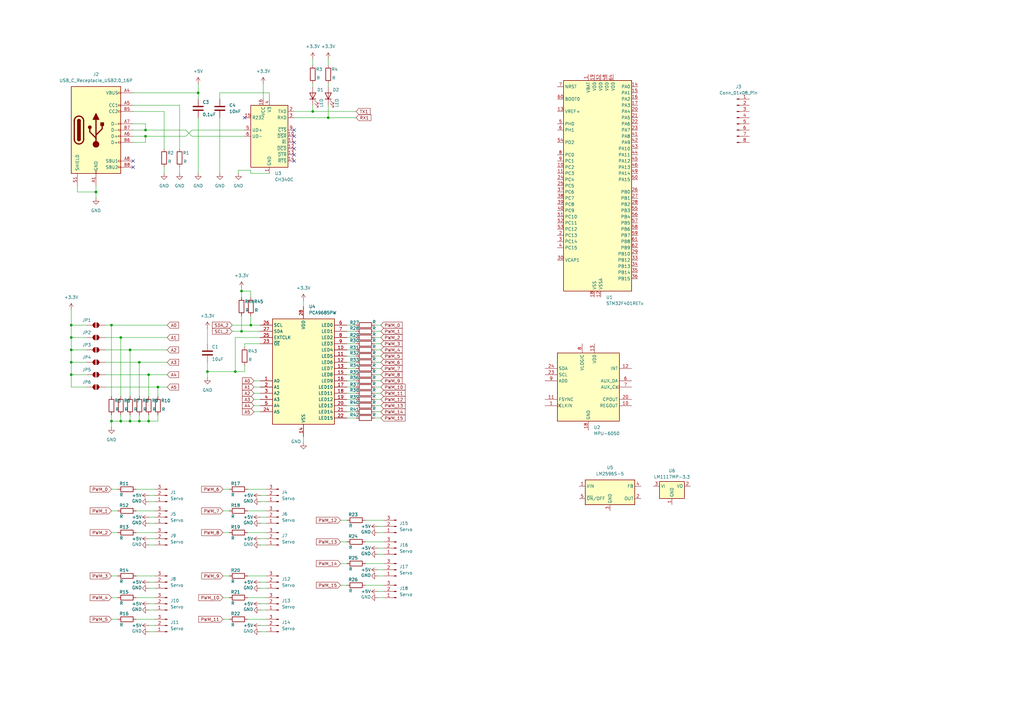
<source format=kicad_sch>
(kicad_sch (version 20231120) (generator "eeschema") (generator_version "8.0")
  (paper "A3")
  (junction (at 85.09 152.4))
  (junction (at 29.21 148.59))
  (junction (at 134.62 48.26))
  (junction (at 29.21 133.35))
  (junction (at 57.15 172.72))
  (junction (at 64.77 158.75))
  (junction (at 60.96 172.72))
  (junction (at 60.96 153.67))
  (junction (at 81.28 38.1))
  (junction (at 45.72 172.72))
  (junction (at 53.34 172.72))
  (junction (at 96.52 152.4))
  (junction (at 53.34 143.51))
  (junction (at 102.87 133.35))
  (junction (at 29.21 138.43))
  (junction (at 39.37 78.74))
  (junction (at 57.15 148.59))
  (junction (at 45.72 133.35))
  (junction (at 49.53 138.43))
  (junction (at 59.69 53.34))
  (junction (at 59.69 55.88))
  (junction (at 99.06 119.38))
  (junction (at 29.21 143.51))
  (junction (at 128.27 45.72))
  (junction (at 29.21 153.67))
  (junction (at 49.53 172.72))
  (junction (at 99.06 135.89))
  (no_connect (at 120.65 53.34))
  (no_connect (at 120.65 55.88))
  (no_connect (at 54.61 68.58))
  (no_connect (at 120.65 60.96))
  (no_connect (at 120.65 63.5))
  (no_connect (at 120.65 66.04))
  (no_connect (at 120.65 58.42))
  (no_connect (at 100.33 48.26))
  (no_connect (at 54.61 66.04))
  (wire (pts (xy 142.24 138.43) (xy 146.05 138.43)))
  (wire (pts (xy 153.67 153.67) (xy 156.21 153.67)))
  (wire (pts (xy 154.94 215.9) (xy 157.48 215.9)))
  (wire (pts (xy 124.46 123.19) (xy 124.46 125.73)))
  (wire (pts (xy 134.62 43.18) (xy 134.62 48.26)))
  (wire (pts (xy 134.62 34.29) (xy 134.62 35.56)))
  (wire (pts (xy 109.22 205.74) (xy 106.68 205.74)))
  (wire (pts (xy 85.09 152.4) (xy 85.09 154.94)))
  (wire (pts (xy 153.67 163.83) (xy 156.21 163.83)))
  (wire (pts (xy 49.53 138.43) (xy 49.53 162.56)))
  (wire (pts (xy 45.72 133.35) (xy 45.72 162.56)))
  (wire (pts (xy 43.18 153.67) (xy 60.96 153.67)))
  (wire (pts (xy 102.87 129.54) (xy 102.87 133.35)))
  (wire (pts (xy 104.14 158.75) (xy 106.68 158.75)))
  (wire (pts (xy 153.67 140.97) (xy 156.21 140.97)))
  (wire (pts (xy 64.77 172.72) (xy 60.96 172.72)))
  (wire (pts (xy 81.28 38.1) (xy 81.28 40.64)))
  (wire (pts (xy 128.27 43.18) (xy 128.27 45.72)))
  (wire (pts (xy 106.68 247.65) (xy 109.22 247.65)))
  (wire (pts (xy 97.79 69.85) (xy 97.79 71.12)))
  (wire (pts (xy 109.22 223.52) (xy 106.68 223.52)))
  (wire (pts (xy 100.33 149.86) (xy 100.33 152.4)))
  (wire (pts (xy 55.88 200.66) (xy 63.5 200.66)))
  (wire (pts (xy 55.88 254) (xy 63.5 254)))
  (wire (pts (xy 142.24 161.29) (xy 146.05 161.29)))
  (wire (pts (xy 120.65 48.26) (xy 134.62 48.26)))
  (wire (pts (xy 149.86 240.03) (xy 157.48 240.03)))
  (wire (pts (xy 90.17 48.26) (xy 90.17 71.12)))
  (wire (pts (xy 55.88 209.55) (xy 63.5 209.55)))
  (wire (pts (xy 154.94 233.68) (xy 157.48 233.68)))
  (wire (pts (xy 153.67 171.45) (xy 156.21 171.45)))
  (wire (pts (xy 59.69 55.88) (xy 76.2 55.88)))
  (wire (pts (xy 29.21 143.51) (xy 35.56 143.51)))
  (wire (pts (xy 101.6 254) (xy 109.22 254)))
  (wire (pts (xy 57.15 170.18) (xy 57.15 172.72)))
  (wire (pts (xy 100.33 140.97) (xy 100.33 142.24)))
  (wire (pts (xy 106.68 212.09) (xy 109.22 212.09)))
  (wire (pts (xy 91.44 254) (xy 93.98 254)))
  (wire (pts (xy 142.24 143.51) (xy 146.05 143.51)))
  (wire (pts (xy 67.31 45.72) (xy 54.61 45.72)))
  (wire (pts (xy 91.44 209.55) (xy 93.98 209.55)))
  (wire (pts (xy 81.28 48.26) (xy 81.28 71.12)))
  (wire (pts (xy 29.21 153.67) (xy 29.21 148.59)))
  (wire (pts (xy 45.72 172.72) (xy 45.72 175.26)))
  (wire (pts (xy 153.67 135.89) (xy 156.21 135.89)))
  (wire (pts (xy 29.21 148.59) (xy 35.56 148.59)))
  (wire (pts (xy 85.09 134.62) (xy 85.09 140.97)))
  (wire (pts (xy 153.67 156.21) (xy 156.21 156.21)))
  (wire (pts (xy 54.61 43.18) (xy 73.66 43.18)))
  (wire (pts (xy 49.53 170.18) (xy 49.53 172.72)))
  (wire (pts (xy 106.68 256.54) (xy 109.22 256.54)))
  (wire (pts (xy 139.7 240.03) (xy 142.24 240.03)))
  (wire (pts (xy 81.28 38.1) (xy 81.28 34.29)))
  (wire (pts (xy 45.72 172.72) (xy 45.72 170.18)))
  (wire (pts (xy 102.87 133.35) (xy 106.68 133.35)))
  (wire (pts (xy 60.96 172.72) (xy 57.15 172.72)))
  (wire (pts (xy 153.67 151.13) (xy 156.21 151.13)))
  (wire (pts (xy 149.86 213.36) (xy 157.48 213.36)))
  (wire (pts (xy 57.15 148.59) (xy 68.58 148.59)))
  (wire (pts (xy 104.14 163.83) (xy 106.68 163.83)))
  (wire (pts (xy 142.24 163.83) (xy 146.05 163.83)))
  (wire (pts (xy 153.67 161.29) (xy 156.21 161.29)))
  (wire (pts (xy 142.24 171.45) (xy 146.05 171.45)))
  (wire (pts (xy 102.87 71.12) (xy 102.87 69.85)))
  (wire (pts (xy 106.68 220.98) (xy 109.22 220.98)))
  (wire (pts (xy 95.25 135.89) (xy 99.06 135.89)))
  (wire (pts (xy 104.14 156.21) (xy 106.68 156.21)))
  (wire (pts (xy 67.31 60.96) (xy 67.31 45.72)))
  (wire (pts (xy 153.67 158.75) (xy 156.21 158.75)))
  (wire (pts (xy 142.24 166.37) (xy 146.05 166.37)))
  (wire (pts (xy 59.69 53.34) (xy 59.69 50.8)))
  (wire (pts (xy 139.7 222.25) (xy 142.24 222.25)))
  (wire (pts (xy 29.21 143.51) (xy 29.21 138.43)))
  (wire (pts (xy 142.24 133.35) (xy 146.05 133.35)))
  (wire (pts (xy 104.14 166.37) (xy 106.68 166.37)))
  (wire (pts (xy 91.44 236.22) (xy 93.98 236.22)))
  (wire (pts (xy 90.17 40.64) (xy 90.17 38.1)))
  (wire (pts (xy 43.18 148.59) (xy 57.15 148.59)))
  (wire (pts (xy 53.34 143.51) (xy 68.58 143.51)))
  (wire (pts (xy 109.22 259.08) (xy 106.68 259.08)))
  (wire (pts (xy 63.5 223.52) (xy 60.96 223.52)))
  (wire (pts (xy 107.95 34.29) (xy 107.95 40.64)))
  (wire (pts (xy 99.06 135.89) (xy 106.68 135.89)))
  (wire (pts (xy 39.37 78.74) (xy 39.37 76.2)))
  (wire (pts (xy 142.24 168.91) (xy 146.05 168.91)))
  (wire (pts (xy 29.21 158.75) (xy 29.21 153.67)))
  (wire (pts (xy 153.67 168.91) (xy 156.21 168.91)))
  (wire (pts (xy 43.18 138.43) (xy 49.53 138.43)))
  (wire (pts (xy 104.14 168.91) (xy 106.68 168.91)))
  (wire (pts (xy 78.74 55.88) (xy 76.2 53.34)))
  (wire (pts (xy 104.14 161.29) (xy 106.68 161.29)))
  (wire (pts (xy 54.61 38.1) (xy 81.28 38.1)))
  (wire (pts (xy 139.7 231.14) (xy 142.24 231.14)))
  (wire (pts (xy 45.72 200.66) (xy 48.26 200.66)))
  (wire (pts (xy 106.68 203.2) (xy 109.22 203.2)))
  (wire (pts (xy 29.21 153.67) (xy 35.56 153.67)))
  (wire (pts (xy 45.72 254) (xy 48.26 254)))
  (wire (pts (xy 157.48 245.11) (xy 154.94 245.11)))
  (wire (pts (xy 153.67 133.35) (xy 156.21 133.35)))
  (wire (pts (xy 101.6 245.11) (xy 109.22 245.11)))
  (wire (pts (xy 45.72 133.35) (xy 68.58 133.35)))
  (wire (pts (xy 43.18 133.35) (xy 45.72 133.35)))
  (wire (pts (xy 153.67 138.43) (xy 156.21 138.43)))
  (wire (pts (xy 91.44 218.44) (xy 93.98 218.44)))
  (wire (pts (xy 142.24 158.75) (xy 146.05 158.75)))
  (wire (pts (xy 124.46 179.07) (xy 124.46 181.61)))
  (wire (pts (xy 153.67 148.59) (xy 156.21 148.59)))
  (wire (pts (xy 54.61 53.34) (xy 59.69 53.34)))
  (wire (pts (xy 49.53 138.43) (xy 68.58 138.43)))
  (wire (pts (xy 134.62 48.26) (xy 146.05 48.26)))
  (wire (pts (xy 90.17 38.1) (xy 110.49 38.1)))
  (wire (pts (xy 109.22 214.63) (xy 106.68 214.63)))
  (wire (pts (xy 53.34 143.51) (xy 53.34 162.56)))
  (wire (pts (xy 99.06 119.38) (xy 102.87 119.38)))
  (wire (pts (xy 109.22 250.19) (xy 106.68 250.19)))
  (wire (pts (xy 45.72 236.22) (xy 48.26 236.22)))
  (wire (pts (xy 49.53 172.72) (xy 45.72 172.72)))
  (wire (pts (xy 31.75 78.74) (xy 39.37 78.74)))
  (wire (pts (xy 101.6 236.22) (xy 109.22 236.22)))
  (wire (pts (xy 157.48 227.33) (xy 154.94 227.33)))
  (wire (pts (xy 45.72 218.44) (xy 48.26 218.44)))
  (wire (pts (xy 59.69 58.42) (xy 54.61 58.42)))
  (wire (pts (xy 55.88 236.22) (xy 63.5 236.22)))
  (wire (pts (xy 153.67 166.37) (xy 156.21 166.37)))
  (wire (pts (xy 60.96 212.09) (xy 63.5 212.09)))
  (wire (pts (xy 153.67 143.51) (xy 156.21 143.51)))
  (wire (pts (xy 106.68 140.97) (xy 100.33 140.97)))
  (wire (pts (xy 54.61 55.88) (xy 59.69 55.88)))
  (wire (pts (xy 91.44 200.66) (xy 93.98 200.66)))
  (wire (pts (xy 29.21 127) (xy 29.21 133.35)))
  (wire (pts (xy 120.65 45.72) (xy 128.27 45.72)))
  (wire (pts (xy 29.21 143.51) (xy 29.21 148.59)))
  (wire (pts (xy 142.24 146.05) (xy 146.05 146.05)))
  (wire (pts (xy 78.74 53.34) (xy 76.2 55.88)))
  (wire (pts (xy 43.18 143.51) (xy 53.34 143.51)))
  (wire (pts (xy 101.6 200.66) (xy 109.22 200.66)))
  (wire (pts (xy 99.06 129.54) (xy 99.06 135.89)))
  (wire (pts (xy 149.86 222.25) (xy 157.48 222.25)))
  (wire (pts (xy 53.34 172.72) (xy 49.53 172.72)))
  (wire (pts (xy 110.49 71.12) (xy 102.87 71.12)))
  (wire (pts (xy 59.69 50.8) (xy 54.61 50.8)))
  (wire (pts (xy 96.52 152.4) (xy 100.33 152.4)))
  (wire (pts (xy 73.66 68.58) (xy 73.66 71.12)))
  (wire (pts (xy 100.33 55.88) (xy 78.74 55.88)))
  (wire (pts (xy 64.77 158.75) (xy 68.58 158.75)))
  (wire (pts (xy 45.72 209.55) (xy 48.26 209.55)))
  (wire (pts (xy 63.5 250.19) (xy 60.96 250.19)))
  (wire (pts (xy 57.15 148.59) (xy 57.15 162.56)))
  (wire (pts (xy 60.96 256.54) (xy 63.5 256.54)))
  (wire (pts (xy 142.24 151.13) (xy 146.05 151.13)))
  (wire (pts (xy 60.96 170.18) (xy 60.96 172.72)))
  (wire (pts (xy 142.24 135.89) (xy 146.05 135.89)))
  (wire (pts (xy 60.96 238.76) (xy 63.5 238.76)))
  (wire (pts (xy 99.06 121.92) (xy 99.06 119.38)))
  (wire (pts (xy 128.27 24.13) (xy 128.27 26.67)))
  (wire (pts (xy 29.21 133.35) (xy 35.56 133.35)))
  (wire (pts (xy 100.33 53.34) (xy 78.74 53.34)))
  (wire (pts (xy 85.09 148.59) (xy 85.09 152.4)))
  (wire (pts (xy 60.96 153.67) (xy 60.96 162.56)))
  (wire (pts (xy 59.69 55.88) (xy 59.69 58.42)))
  (wire (pts (xy 101.6 218.44) (xy 109.22 218.44)))
  (wire (pts (xy 142.24 156.21) (xy 146.05 156.21)))
  (wire (pts (xy 55.88 245.11) (xy 63.5 245.11)))
  (wire (pts (xy 60.96 220.98) (xy 63.5 220.98)))
  (wire (pts (xy 142.24 148.59) (xy 146.05 148.59)))
  (wire (pts (xy 142.24 153.67) (xy 146.05 153.67)))
  (wire (pts (xy 63.5 214.63) (xy 60.96 214.63)))
  (wire (pts (xy 60.96 247.65) (xy 63.5 247.65)))
  (wire (pts (xy 35.56 158.75) (xy 29.21 158.75)))
  (wire (pts (xy 96.52 138.43) (xy 96.52 152.4)))
  (wire (pts (xy 73.66 43.18) (xy 73.66 60.96)))
  (wire (pts (xy 157.48 236.22) (xy 154.94 236.22)))
  (wire (pts (xy 106.68 238.76) (xy 109.22 238.76)))
  (wire (pts (xy 57.15 172.72) (xy 53.34 172.72)))
  (wire (pts (xy 106.68 138.43) (xy 96.52 138.43)))
  (wire (pts (xy 139.7 213.36) (xy 142.24 213.36)))
  (wire (pts (xy 67.31 68.58) (xy 67.31 71.12)))
  (wire (pts (xy 64.77 170.18) (xy 64.77 172.72)))
  (wire (pts (xy 63.5 259.08) (xy 60.96 259.08)))
  (wire (pts (xy 109.22 241.3) (xy 106.68 241.3)))
  (wire (pts (xy 142.24 140.97) (xy 146.05 140.97)))
  (wire (pts (xy 154.94 224.79) (xy 157.48 224.79)))
  (wire (pts (xy 149.86 231.14) (xy 157.48 231.14)))
  (wire (pts (xy 29.21 133.35) (xy 29.21 138.43)))
  (wire (pts (xy 60.96 153.67) (xy 68.58 153.67)))
  (wire (pts (xy 134.62 24.13) (xy 134.62 26.67)))
  (wire (pts (xy 85.09 152.4) (xy 96.52 152.4)))
  (wire (pts (xy 55.88 218.44) (xy 63.5 218.44)))
  (wire (pts (xy 53.34 170.18) (xy 53.34 172.72)))
  (wire (pts (xy 39.37 78.74) (xy 39.37 81.28)))
  (wire (pts (xy 31.75 76.2) (xy 31.75 78.74)))
  (wire (pts (xy 110.49 38.1) (xy 110.49 40.64)))
  (wire (pts (xy 99.06 118.11) (xy 99.06 119.38)))
  (wire (pts (xy 128.27 34.29) (xy 128.27 35.56)))
  (wire (pts (xy 153.67 146.05) (xy 156.21 146.05)))
  (wire (pts (xy 59.69 53.34) (xy 76.2 53.34)))
  (wire (pts (xy 128.27 45.72) (xy 146.05 45.72)))
  (wire (pts (xy 102.87 119.38) (xy 102.87 121.92)))
  (wire (pts (xy 95.25 133.35) (xy 102.87 133.35)))
  (wire (pts (xy 63.5 241.3) (xy 60.96 241.3)))
  (wire (pts (xy 157.48 218.44) (xy 154.94 218.44)))
  (wire (pts (xy 29.21 138.43) (xy 35.56 138.43)))
  (wire (pts (xy 43.18 158.75) (xy 64.77 158.75)))
  (wire (pts (xy 102.87 69.85) (xy 97.79 69.85)))
  (wire (pts (xy 154.94 242.57) (xy 157.48 242.57)))
  (wire (pts (xy 63.5 205.74) (xy 60.96 205.74)))
  (wire (pts (xy 91.44 245.11) (xy 93.98 245.11)))
  (wire (pts (xy 101.6 209.55) (xy 109.22 209.55)))
  (wire (pts (xy 60.96 203.2) (xy 63.5 203.2)))
  (wire (pts (xy 64.77 158.75) (xy 64.77 162.56)))
  (wire (pts (xy 45.72 245.11) (xy 48.26 245.11)))
  (global_label "A2" (shape input) (at 68.58 143.51 0) (property "Intersheetrefs" "${INTERSHEET_REFS}" (effects (hide yes))))
  (global_label "PWM_12" (shape input) (at 156.21 163.83 0) (property "Intersheetrefs" "${INTERSHEET_REFS}" (effects (hide yes))))
  (global_label "PWM_1" (shape input) (at 156.21 135.89 0) (property "Intersheetrefs" "${INTERSHEET_REFS}" (effects (hide yes))))
  (global_label "PWM_2" (shape input) (at 45.72 218.44 180) (property "Intersheetrefs" "${INTERSHEET_REFS}" (effects (hide yes))))
  (global_label "PWM_1" (shape input) (at 45.72 209.55 180) (property "Intersheetrefs" "${INTERSHEET_REFS}" (effects (hide yes))))
  (global_label "RX1" (shape input) (at 146.05 48.26 0) (property "Intersheetrefs" "${INTERSHEET_REFS}" (effects (hide yes))))
  (global_label "PWM_7" (shape input) (at 156.21 151.13 0) (property "Intersheetrefs" "${INTERSHEET_REFS}" (effects (hide yes))))
  (global_label "PWM_12" (shape input) (at 139.7 213.36 180) (property "Intersheetrefs" "${INTERSHEET_REFS}" (effects (hide yes))))
  (global_label "PWM_11" (shape input) (at 91.44 254 180) (property "Intersheetrefs" "${INTERSHEET_REFS}" (effects (hide yes))))
  (global_label "PWM_3" (shape input) (at 156.21 140.97 0) (property "Intersheetrefs" "${INTERSHEET_REFS}" (effects (hide yes))))
  (global_label "PWM_8" (shape input) (at 156.21 153.67 0) (property "Intersheetrefs" "${INTERSHEET_REFS}" (effects (hide yes))))
  (global_label "PWM_8" (shape input) (at 91.44 218.44 180) (property "Intersheetrefs" "${INTERSHEET_REFS}" (effects (hide yes))))
  (global_label "PWM_13" (shape input) (at 156.21 166.37 0) (property "Intersheetrefs" "${INTERSHEET_REFS}" (effects (hide yes))))
  (global_label "PWM_9" (shape input) (at 156.21 156.21 0) (property "Intersheetrefs" "${INTERSHEET_REFS}" (effects (hide yes))))
  (global_label "PWM_9" (shape input) (at 91.44 236.22 180) (property "Intersheetrefs" "${INTERSHEET_REFS}" (effects (hide yes))))
  (global_label "PWM_0" (shape input) (at 45.72 200.66 180) (property "Intersheetrefs" "${INTERSHEET_REFS}" (effects (hide yes))))
  (global_label "PWM_13" (shape input) (at 139.7 222.25 180) (property "Intersheetrefs" "${INTERSHEET_REFS}" (effects (hide yes))))
  (global_label "SCL_2" (shape input) (at 95.25 135.89 180) (property "Intersheetrefs" "${INTERSHEET_REFS}" (effects (hide yes))))
  (global_label "PWM_15" (shape input) (at 139.7 240.03 180) (property "Intersheetrefs" "${INTERSHEET_REFS}" (effects (hide yes))))
  (global_label "A3" (shape input) (at 104.14 163.83 180) (property "Intersheetrefs" "${INTERSHEET_REFS}" (effects (hide yes))))
  (global_label "SDA_2" (shape input) (at 95.25 133.35 180) (property "Intersheetrefs" "${INTERSHEET_REFS}" (effects (hide yes))))
  (global_label "A1" (shape input) (at 68.58 138.43 0) (property "Intersheetrefs" "${INTERSHEET_REFS}" (effects (hide yes))))
  (global_label "PWM_7" (shape input) (at 91.44 209.55 180) (property "Intersheetrefs" "${INTERSHEET_REFS}" (effects (hide yes))))
  (global_label "PWM_0" (shape input) (at 156.21 133.35 0) (property "Intersheetrefs" "${INTERSHEET_REFS}" (effects (hide yes))))
  (global_label "PWM_14" (shape input) (at 139.7 231.14 180) (property "Intersheetrefs" "${INTERSHEET_REFS}" (effects (hide yes))))
  (global_label "PWM_4" (shape input) (at 45.72 245.11 180) (property "Intersheetrefs" "${INTERSHEET_REFS}" (effects (hide yes))))
  (global_label "PWM_3" (shape input) (at 45.72 236.22 180) (property "Intersheetrefs" "${INTERSHEET_REFS}" (effects (hide yes))))
  (global_label "A0" (shape input) (at 68.58 133.35 0) (property "Intersheetrefs" "${INTERSHEET_REFS}" (effects (hide yes))))
  (global_label "PWM_10" (shape input) (at 156.21 158.75 0) (property "Intersheetrefs" "${INTERSHEET_REFS}" (effects (hide yes))))
  (global_label "PWM_5" (shape input) (at 156.21 146.05 0) (property "Intersheetrefs" "${INTERSHEET_REFS}" (effects (hide yes))))
  (global_label "PWM_11" (shape input) (at 156.21 161.29 0) (property "Intersheetrefs" "${INTERSHEET_REFS}" (effects (hide yes))))
  (global_label "A1" (shape input) (at 104.14 158.75 180) (property "Intersheetrefs" "${INTERSHEET_REFS}" (effects (hide yes))))
  (global_label "PWM_10" (shape input) (at 91.44 245.11 180) (property "Intersheetrefs" "${INTERSHEET_REFS}" (effects (hide yes))))
  (global_label "PWM_6" (shape input) (at 156.21 148.59 0) (property "Intersheetrefs" "${INTERSHEET_REFS}" (effects (hide yes))))
  (global_label "PWM_5" (shape input) (at 45.72 254 180) (property "Intersheetrefs" "${INTERSHEET_REFS}" (effects (hide yes))))
  (global_label "A2" (shape input) (at 104.14 161.29 180) (property "Intersheetrefs" "${INTERSHEET_REFS}" (effects (hide yes))))
  (global_label "PWM_4" (shape input) (at 156.21 143.51 0) (property "Intersheetrefs" "${INTERSHEET_REFS}" (effects (hide yes))))
  (global_label "A4" (shape input) (at 104.14 166.37 180) (property "Intersheetrefs" "${INTERSHEET_REFS}" (effects (hide yes))))
  (global_label "A3" (shape input) (at 68.58 148.59 0) (property "Intersheetrefs" "${INTERSHEET_REFS}" (effects (hide yes))))
  (global_label "PWM_2" (shape input) (at 156.21 138.43 0) (property "Intersheetrefs" "${INTERSHEET_REFS}" (effects (hide yes))))
  (global_label "A0" (shape input) (at 104.14 156.21 180) (property "Intersheetrefs" "${INTERSHEET_REFS}" (effects (hide yes))))
  (global_label "A4" (shape input) (at 68.58 153.67 0) (property "Intersheetrefs" "${INTERSHEET_REFS}" (effects (hide yes))))
  (global_label "A5" (shape input) (at 104.14 168.91 180) (property "Intersheetrefs" "${INTERSHEET_REFS}" (effects (hide yes))))
  (global_label "A5" (shape input) (at 68.58 158.75 0) (property "Intersheetrefs" "${INTERSHEET_REFS}" (effects (hide yes))))
  (global_label "PWM_6" (shape input) (at 91.44 200.66 180) (property "Intersheetrefs" "${INTERSHEET_REFS}" (effects (hide yes))))
  (global_label "TX1" (shape input) (at 146.05 45.72 0) (property "Intersheetrefs" "${INTERSHEET_REFS}" (effects (hide yes))))
  (global_label "PWM_15" (shape input) (at 156.21 171.45 0) (property "Intersheetrefs" "${INTERSHEET_REFS}" (effects (hide yes))))
  (global_label "PWM_14" (shape input) (at 156.21 168.91 0) (property "Intersheetrefs" "${INTERSHEET_REFS}" (effects (hide yes))))
  (symbol (lib_id "power:GND") (at 106.68 250.19 270) (unit 1)
    (property "Reference" "#PWR035" (effects (hide yes)))
    (property "Value" "GND" (at 101.854 249.936 90))
    (property "Description" "Power symbol creates a global label with name \"GND\" , ground" (effects (hide yes)))
  )
  (symbol (lib_id "Device:R") (at 97.79 236.22 90) (unit 1)
    (property "Reference" "R20" (at 98.552 233.934 90) (effects (justify left)))
    (property "Value" "R" (at 96.266 238.506 90) (effects (justify left)))
    (property "Footprint" "Resistor_SMD:R_0603_1608Metric_Pad0.98x0.95mm_HandSolder" (effects (hide yes)))
    (property "Description" "Resistor" (effects (hide yes)))
  )
  (symbol (lib_id "Connector:Conn_01x03_Pin") (at 114.3 220.98 180) (unit 1)
    (property "Reference" "J7" (at 115.57 219.7099 0) (effects (justify right)))
    (property "Value" "Servo" (at 115.57 222.2499 0) (effects (justify right)))
    (property "Footprint" "Connector_PinHeader_2.54mm:PinHeader_1x03_P2.54mm_Vertical" (effects (hide yes)))
    (property "Description" "Generic connector, single row, 01x03, script generated" (effects (hide yes)))
  )
  (symbol (lib_id "Connector:Conn_01x03_Pin") (at 68.58 220.98 180) (unit 1)
    (property "Reference" "J9" (at 69.85 219.7099 0) (effects (justify right)))
    (property "Value" "Servo" (at 69.85 222.2499 0) (effects (justify right)))
    (property "Footprint" "Connector_PinHeader_2.54mm:PinHeader_1x03_P2.54mm_Vertical" (effects (hide yes)))
    (property "Description" "Generic connector, single row, 01x03, script generated" (effects (hide yes)))
  )
  (symbol (lib_id "Device:LED") (at 134.62 39.37 90) (unit 1)
    (property "Reference" "D2" (at 136.398 36.83 90) (effects (justify right)))
    (property "Value" "LED" (at 138.176 40.386 0) (effects (justify right)))
    (property "Footprint" "LED_SMD:LED_0603_1608Metric_Pad1.05x0.95mm_HandSolder" (effects (hide yes)))
    (property "Description" "Light emitting diode" (effects (hide yes)))
  )
  (symbol (lib_id "Connector:Conn_01x03_Pin") (at 162.56 242.57 180) (unit 1)
    (property "Reference" "J18" (at 163.83 241.2999 0) (effects (justify right)))
    (property "Value" "Servo" (at 163.83 243.8399 0) (effects (justify right)))
    (property "Footprint" "Connector_PinHeader_2.54mm:PinHeader_1x03_P2.54mm_Vertical" (effects (hide yes)))
    (property "Description" "Generic connector, single row, 01x03, script generated" (effects (hide yes)))
  )
  (symbol (lib_id "Device:R") (at 149.86 156.21 90) (unit 1)
    (property "Reference" "R36" (at 147.32 154.94 90) (effects (justify left)))
    (property "Value" "R" (at 154.178 154.94 90) (effects (justify left)))
    (property "Footprint" "Resistor_SMD:R_0603_1608Metric_Pad0.98x0.95mm_HandSolder" (effects (hide yes)))
    (property "Description" "Resistor" (effects (hide yes)))
  )
  (symbol (lib_id "Device:R") (at 149.86 163.83 90) (unit 1)
    (property "Reference" "R39" (at 147.32 162.814 90) (effects (justify left)))
    (property "Value" "R" (at 154.178 162.56 90) (effects (justify left)))
    (property "Footprint" "Resistor_SMD:R_0603_1608Metric_Pad0.98x0.95mm_HandSolder" (effects (hide yes)))
    (property "Description" "Resistor" (effects (hide yes)))
  )
  (symbol (lib_id "Jumper:SolderJumper_2_Open") (at 39.37 158.75 0) (unit 1) (exclude_from_sim yes) (in_bom no)
    (property "Reference" "JP6" (at 35.56 156.718 0))
    (property "Value" "SolderJumper_2_Open" (effects (hide yes)))
    (property "Footprint" "Jumper:SolderJumper-2_P1.3mm_Open_RoundedPad1.0x1.5mm" (effects (hide yes)))
    (property "Description" "Solder Jumper, 2-pole, open" (effects (hide yes)))
  )
  (symbol (lib_id "Device:R") (at 149.86 133.35 90) (unit 1)
    (property "Reference" "R27" (at 147.32 132.334 90) (effects (justify left)))
    (property "Value" "R" (at 154.178 132.08 90) (effects (justify left)))
    (property "Footprint" "Resistor_SMD:R_0603_1608Metric_Pad0.98x0.95mm_HandSolder" (effects (hide yes)))
    (property "Description" "Resistor" (effects (hide yes)))
  )
  (symbol (lib_id "power:GND") (at 154.94 218.44 270) (unit 1)
    (property "Reference" "#PWR039" (effects (hide yes)))
    (property "Value" "GND" (at 150.114 218.186 90))
    (property "Description" "Power symbol creates a global label with name \"GND\" , ground" (effects (hide yes)))
  )
  (symbol (lib_id "Jumper:SolderJumper_2_Open") (at 39.37 133.35 0) (unit 1) (exclude_from_sim yes) (in_bom no)
    (property "Reference" "JP1" (at 35.56 131.318 0))
    (property "Value" "SolderJumper_2_Open" (effects (hide yes)))
    (property "Footprint" "Jumper:SolderJumper-2_P1.3mm_Open_RoundedPad1.0x1.5mm" (effects (hide yes)))
    (property "Description" "Solder Jumper, 2-pole, open" (effects (hide yes)))
  )
  (symbol (lib_id "Jumper:SolderJumper_2_Open") (at 39.37 143.51 0) (unit 1) (exclude_from_sim yes) (in_bom no)
    (property "Reference" "JP3" (at 35.56 141.478 0))
    (property "Value" "SolderJumper_2_Open" (effects (hide yes)))
    (property "Footprint" "Jumper:SolderJumper-2_P1.3mm_Open_RoundedPad1.0x1.5mm" (effects (hide yes)))
    (property "Description" "Solder Jumper, 2-pole, open" (effects (hide yes)))
  )
  (symbol (lib_id "power:+5V") (at 60.96 220.98 90) (unit 1)
    (property "Reference" "#PWR015" (effects (hide yes)))
    (property "Value" "+5V" (at 58.166 220.98 90) (effects (justify left)))
    (property "Description" "Power symbol creates a global label with name \"+5V\"" (effects (hide yes)))
  )
  (symbol (lib_id "power:+5V") (at 154.94 224.79 90) (unit 1)
    (property "Reference" "#PWR040" (effects (hide yes)))
    (property "Value" "+5V" (at 152.146 224.79 90) (effects (justify left)))
    (property "Description" "Power symbol creates a global label with name \"+5V\"" (effects (hide yes)))
  )
  (symbol (lib_id "Device:R") (at 97.79 200.66 90) (unit 1)
    (property "Reference" "R17" (at 98.552 198.374 90) (effects (justify left)))
    (property "Value" "R" (at 96.266 202.946 90) (effects (justify left)))
    (property "Footprint" "Resistor_SMD:R_0603_1608Metric_Pad0.98x0.95mm_HandSolder" (effects (hide yes)))
    (property "Description" "Resistor" (effects (hide yes)))
  )
  (symbol (lib_id "MCU_ST_STM32F4:STM32F401RETx") (at 243.84 76.2 0) (unit 1)
    (property "Reference" "U1" (at 248.5741 121.92 0) (effects (justify left)))
    (property "Value" "STM32F401RETx" (at 248.5741 124.46 0) (effects (justify left)))
    (property "Footprint" "Package_QFP:LQFP-64_10x10mm_P0.5mm" (effects (hide yes)))
    (property "Datasheet" "https://www.st.com/resource/en/datasheet/stm32f401re.pdf" (effects (hide yes)))
    (property "Description" "STMicroelectronics Arm Cortex-M4 MCU, 512KB flash, 96KB RAM, 84 MHz, 1.7-3.6V, 50 GPIO, LQFP64" (effects (hide yes)))
  )
  (symbol (lib_id "Device:R") (at 97.79 209.55 90) (unit 1)
    (property "Reference" "R18" (at 98.552 207.264 90) (effects (justify left)))
    (property "Value" "R" (at 96.266 211.836 90) (effects (justify left)))
    (property "Footprint" "Resistor_SMD:R_0603_1608Metric_Pad0.98x0.95mm_HandSolder" (effects (hide yes)))
    (property "Description" "Resistor" (effects (hide yes)))
  )
  (symbol (lib_id "power:+3.3V") (at 107.95 34.29 0) (unit 1)
    (property "Reference" "#PWR04" (effects (hide yes)))
    (property "Value" "+3.3V" (at 107.95 29.21 0))
    (property "Description" "Power symbol creates a global label with name \"+3.3V\"" (effects (hide yes)))
  )
  (symbol (lib_id "Device:R") (at 52.07 209.55 90) (unit 1)
    (property "Reference" "R12" (at 52.832 207.264 90) (effects (justify left)))
    (property "Value" "R" (at 50.546 211.836 90) (effects (justify left)))
    (property "Footprint" "Resistor_SMD:R_0603_1608Metric_Pad0.98x0.95mm_HandSolder" (effects (hide yes)))
    (property "Description" "Resistor" (effects (hide yes)))
  )
  (symbol (lib_id "Device:R") (at 146.05 213.36 90) (unit 1)
    (property "Reference" "R23" (at 146.812 211.074 90) (effects (justify left)))
    (property "Value" "R" (at 144.526 215.646 90) (effects (justify left)))
    (property "Footprint" "Resistor_SMD:R_0603_1608Metric_Pad0.98x0.95mm_HandSolder" (effects (hide yes)))
    (property "Description" "Resistor" (effects (hide yes)))
  )
  (symbol (lib_id "Device:R") (at 149.86 135.89 90) (unit 1)
    (property "Reference" "R28" (at 147.32 134.62 90) (effects (justify left)))
    (property "Value" "R" (at 154.178 134.62 90) (effects (justify left)))
    (property "Footprint" "Resistor_SMD:R_0603_1608Metric_Pad0.98x0.95mm_HandSolder" (effects (hide yes)))
    (property "Description" "Resistor" (effects (hide yes)))
  )
  (symbol (lib_id "power:+5V") (at 154.94 233.68 90) (unit 1)
    (property "Reference" "#PWR042" (effects (hide yes)))
    (property "Value" "+5V" (at 152.146 233.68 90) (effects (justify left)))
    (property "Description" "Power symbol creates a global label with name \"+5V\"" (effects (hide yes)))
  )
  (symbol (lib_id "power:+5V") (at 60.96 247.65 90) (unit 1)
    (property "Reference" "#PWR028" (effects (hide yes)))
    (property "Value" "+5V" (at 58.166 247.65 90) (effects (justify left)))
    (property "Description" "Power symbol creates a global label with name \"+5V\"" (effects (hide yes)))
  )
  (symbol (lib_id "power:+5V") (at 106.68 212.09 90) (unit 1)
    (property "Reference" "#PWR021" (effects (hide yes)))
    (property "Value" "+5V" (at 103.886 212.09 90) (effects (justify left)))
    (property "Description" "Power symbol creates a global label with name \"+5V\"" (effects (hide yes)))
  )
  (symbol (lib_id "Device:R") (at 73.66 64.77 0) (unit 1)
    (property "Reference" "R1" (at 74.93 62.738 0) (effects (justify left)))
    (property "Value" "R" (at 75.184 66.294 0) (effects (justify left)))
    (property "Footprint" "Resistor_SMD:R_0603_1608Metric_Pad0.98x0.95mm_HandSolder" (effects (hide yes)))
    (property "Description" "Resistor" (effects (hide yes)))
  )
  (symbol (lib_id "power:+3.3V") (at 29.21 127 0) (unit 1)
    (property "Reference" "#PWR011" (effects (hide yes)))
    (property "Value" "+3.3V" (at 29.21 121.92 0))
    (property "Description" "Power symbol creates a global label with name \"+3.3V\"" (effects (hide yes)))
  )
  (symbol (lib_id "Connector:Conn_01x03_Pin") (at 162.56 233.68 180) (unit 1)
    (property "Reference" "J17" (at 163.83 232.4099 0) (effects (justify right)))
    (property "Value" "Servo" (at 163.83 234.9499 0) (effects (justify right)))
    (property "Footprint" "Connector_PinHeader_2.54mm:PinHeader_1x03_P2.54mm_Vertical" (effects (hide yes)))
    (property "Description" "Generic connector, single row, 01x03, script generated" (effects (hide yes)))
  )
  (symbol (lib_id "Device:R") (at 100.33 146.05 0) (unit 1)
    (property "Reference" "R43" (at 101.6 144.018 0) (effects (justify left)))
    (property "Value" "R" (at 101.854 147.574 0) (effects (justify left)))
    (property "Footprint" "Resistor_SMD:R_0603_1608Metric_Pad0.98x0.95mm_HandSolder" (effects (hide yes)))
    (property "Description" "Resistor" (effects (hide yes)))
  )
  (symbol (lib_id "Device:R") (at 149.86 151.13 90) (unit 1)
    (property "Reference" "R34" (at 147.32 149.86 90) (effects (justify left)))
    (property "Value" "R" (at 154.178 149.86 90) (effects (justify left)))
    (property "Footprint" "Resistor_SMD:R_0603_1608Metric_Pad0.98x0.95mm_HandSolder" (effects (hide yes)))
    (property "Description" "Resistor" (effects (hide yes)))
  )
  (symbol (lib_id "Device:R") (at 146.05 240.03 90) (unit 1)
    (property "Reference" "R26" (at 146.812 237.744 90) (effects (justify left)))
    (property "Value" "R" (at 144.526 242.316 90) (effects (justify left)))
    (property "Footprint" "Resistor_SMD:R_0603_1608Metric_Pad0.98x0.95mm_HandSolder" (effects (hide yes)))
    (property "Description" "Resistor" (effects (hide yes)))
  )
  (symbol (lib_id "Device:C") (at 85.09 144.78 0) (unit 1)
    (property "Reference" "C1" (at 86.868 142.24 0) (effects (justify left)))
    (property "Value" "10uF" (at 86.868 147.32 0) (effects (justify left)))
    (property "Footprint" "Capacitor_SMD:C_0805_2012Metric_Pad1.18x1.45mm_HandSolder" (effects (hide yes)))
    (property "Description" "Unpolarized capacitor" (effects (hide yes)))
  )
  (symbol (lib_id "Jumper:SolderJumper_2_Open") (at 39.37 148.59 0) (unit 1) (exclude_from_sim yes) (in_bom no)
    (property "Reference" "JP4" (at 35.56 146.558 0))
    (property "Value" "SolderJumper_2_Open" (effects (hide yes)))
    (property "Footprint" "Jumper:SolderJumper-2_P1.3mm_Open_RoundedPad1.0x1.5mm" (effects (hide yes)))
    (property "Description" "Solder Jumper, 2-pole, open" (effects (hide yes)))
  )
  (symbol (lib_id "power:GND") (at 106.68 205.74 270) (unit 1)
    (property "Reference" "#PWR020" (effects (hide yes)))
    (property "Value" "GND" (at 101.854 205.486 90))
    (property "Description" "Power symbol creates a global label with name \"GND\" , ground" (effects (hide yes)))
  )
  (symbol (lib_id "Device:R") (at 49.53 166.37 0) (unit 1)
    (property "Reference" "R6" (at 50.8 164.338 0) (effects (justify left)))
    (property "Value" "R" (at 51.054 167.894 0) (effects (justify left)))
    (property "Footprint" "Resistor_SMD:R_0603_1608Metric_Pad0.98x0.95mm_HandSolder" (effects (hide yes)))
    (property "Description" "Resistor" (effects (hide yes)))
  )
  (symbol (lib_id "power:+5V") (at 106.68 256.54 90) (unit 1)
    (property "Reference" "#PWR036" (effects (hide yes)))
    (property "Value" "+5V" (at 103.886 256.54 90) (effects (justify left)))
    (property "Description" "Power symbol creates a global label with name \"+5V\"" (effects (hide yes)))
  )
  (symbol (lib_id "power:+5V") (at 81.28 34.29 0) (unit 1)
    (property "Reference" "#PWR02" (effects (hide yes)))
    (property "Value" "+5V" (at 81.28 29.21 0))
    (property "Description" "Power symbol creates a global label with name \"+5V\"" (effects (hide yes)))
  )
  (symbol (lib_id "Device:R") (at 149.86 171.45 90) (unit 1)
    (property "Reference" "R42" (at 147.32 170.18 90) (effects (justify left)))
    (property "Value" "R" (at 154.178 170.18 90) (effects (justify left)))
    (property "Footprint" "Resistor_SMD:R_0603_1608Metric_Pad0.98x0.95mm_HandSolder" (effects (hide yes)))
    (property "Description" "Resistor" (effects (hide yes)))
  )
  (symbol (lib_id "Jumper:SolderJumper_2_Open") (at 39.37 153.67 0) (unit 1) (exclude_from_sim yes) (in_bom no)
    (property "Reference" "JP5" (at 35.56 151.638 0))
    (property "Value" "SolderJumper_2_Open" (effects (hide yes)))
    (property "Footprint" "Jumper:SolderJumper-2_P1.3mm_Open_RoundedPad1.0x1.5mm" (effects (hide yes)))
    (property "Description" "Solder Jumper, 2-pole, open" (effects (hide yes)))
  )
  (symbol (lib_id "power:+5V") (at 60.96 256.54 90) (unit 1)
    (property "Reference" "#PWR030" (effects (hide yes)))
    (property "Value" "+5V" (at 58.166 256.54 90) (effects (justify left)))
    (property "Description" "Power symbol creates a global label with name \"+5V\"" (effects (hide yes)))
  )
  (symbol (lib_id "Regulator_Linear:LM1117MP-3.3") (at 275.59 199.39 0) (unit 1)
    (property "Reference" "U6" (at 275.59 193.04 0))
    (property "Value" "LM1117MP-3.3" (at 275.59 195.58 0))
    (property "Footprint" "Package_TO_SOT_SMD:SOT-223-3_TabPin2" (effects (hide yes)))
    (property "Datasheet" "http://www.ti.com/lit/ds/symlink/lm1117.pdf" (effects (hide yes)))
    (property "Description" "800mA Low-Dropout Linear Regulator, 3.3V fixed output, SOT-223" (effects (hide yes)))
  )
  (symbol (lib_id "power:GND") (at 154.94 227.33 270) (unit 1)
    (property "Reference" "#PWR041" (effects (hide yes)))
    (property "Value" "GND" (at 150.114 227.076 90))
    (property "Description" "Power symbol creates a global label with name \"GND\" , ground" (effects (hide yes)))
  )
  (symbol (lib_id "power:GND") (at 106.68 214.63 270) (unit 1)
    (property "Reference" "#PWR022" (effects (hide yes)))
    (property "Value" "GND" (at 101.854 214.376 90))
    (property "Description" "Power symbol creates a global label with name \"GND\" , ground" (effects (hide yes)))
  )
  (symbol (lib_id "Device:R") (at 149.86 166.37 90) (unit 1)
    (property "Reference" "R40" (at 147.32 165.1 90) (effects (justify left)))
    (property "Value" "R" (at 154.178 165.1 90) (effects (justify left)))
    (property "Footprint" "Resistor_SMD:R_0603_1608Metric_Pad0.98x0.95mm_HandSolder" (effects (hide yes)))
    (property "Description" "Resistor" (effects (hide yes)))
  )
  (symbol (lib_id "power:GND") (at 106.68 223.52 270) (unit 1)
    (property "Reference" "#PWR024" (effects (hide yes)))
    (property "Value" "GND" (at 101.854 223.266 90))
    (property "Description" "Power symbol creates a global label with name \"GND\" , ground" (effects (hide yes)))
  )
  (symbol (lib_id "Device:R") (at 146.05 231.14 90) (unit 1)
    (property "Reference" "R25" (at 146.812 228.854 90) (effects (justify left)))
    (property "Value" "R" (at 144.526 233.426 90) (effects (justify left)))
    (property "Footprint" "Resistor_SMD:R_0603_1608Metric_Pad0.98x0.95mm_HandSolder" (effects (hide yes)))
    (property "Description" "Resistor" (effects (hide yes)))
  )
  (symbol (lib_id "power:GND") (at 85.09 154.94 0) (unit 1)
    (property "Reference" "#PWR047" (effects (hide yes)))
    (property "Value" "GND" (at 85.09 160.02 0))
    (property "Description" "Power symbol creates a global label with name \"GND\" , ground" (effects (hide yes)))
  )
  (symbol (lib_id "Device:R") (at 102.87 125.73 0) (unit 1)
    (property "Reference" "R45" (at 104.14 123.698 0) (effects (justify left)))
    (property "Value" "R" (at 104.394 127.254 0) (effects (justify left)))
    (property "Footprint" "Resistor_SMD:R_0603_1608Metric_Pad0.98x0.95mm_HandSolder" (effects (hide yes)))
    (property "Description" "Resistor" (effects (hide yes)))
  )
  (symbol (lib_id "power:+3.3V") (at 85.09 134.62 0) (unit 1)
    (property "Reference" "#PWR048" (effects (hide yes)))
    (property "Value" "+3.3V" (at 85.09 129.54 0))
    (property "Description" "Power symbol creates a global label with name \"+3.3V\"" (effects (hide yes)))
  )
  (symbol (lib_id "power:+5V") (at 106.68 220.98 90) (unit 1)
    (property "Reference" "#PWR023" (effects (hide yes)))
    (property "Value" "+5V" (at 103.886 220.98 90) (effects (justify left)))
    (property "Description" "Power symbol creates a global label with name \"+5V\"" (effects (hide yes)))
  )
  (symbol (lib_id "Device:LED") (at 128.27 39.37 90) (unit 1)
    (property "Reference" "D1" (at 130.048 36.83 90) (effects (justify right)))
    (property "Value" "LED" (at 131.826 40.386 0) (effects (justify right)))
    (property "Footprint" "LED_SMD:LED_0603_1608Metric_Pad1.05x0.95mm_HandSolder" (effects (hide yes)))
    (property "Description" "Light emitting diode" (effects (hide yes)))
  )
  (symbol (lib_id "Device:R") (at 52.07 218.44 90) (unit 1)
    (property "Reference" "R13" (at 52.832 216.154 90) (effects (justify left)))
    (property "Value" "R" (at 50.546 220.726 90) (effects (justify left)))
    (property "Footprint" "Resistor_SMD:R_0603_1608Metric_Pad0.98x0.95mm_HandSolder" (effects (hide yes)))
    (property "Description" "Resistor" (effects (hide yes)))
  )
  (symbol (lib_id "power:+5V") (at 106.68 238.76 90) (unit 1)
    (property "Reference" "#PWR032" (effects (hide yes)))
    (property "Value" "+5V" (at 103.886 238.76 90) (effects (justify left)))
    (property "Description" "Power symbol creates a global label with name \"+5V\"" (effects (hide yes)))
  )
  (symbol (lib_id "Device:R") (at 97.79 218.44 90) (unit 1)
    (property "Reference" "R19" (at 98.552 216.154 90) (effects (justify left)))
    (property "Value" "R" (at 96.266 220.726 90) (effects (justify left)))
    (property "Footprint" "Resistor_SMD:R_0603_1608Metric_Pad0.98x0.95mm_HandSolder" (effects (hide yes)))
    (property "Description" "Resistor" (effects (hide yes)))
  )
  (symbol (lib_id "Connector:Conn_01x03_Pin") (at 68.58 247.65 180) (unit 1)
    (property "Reference" "J10" (at 69.85 246.3799 0) (effects (justify right)))
    (property "Value" "Servo" (at 69.85 248.9199 0) (effects (justify right)))
    (property "Footprint" "Connector_PinHeader_2.54mm:PinHeader_1x03_P2.54mm_Vertical" (effects (hide yes)))
    (property "Description" "Generic connector, single row, 01x03, script generated" (effects (hide yes)))
  )
  (symbol (lib_id "Device:R") (at 52.07 236.22 90) (unit 1)
    (property "Reference" "R14" (at 52.832 233.934 90) (effects (justify left)))
    (property "Value" "R" (at 50.546 238.506 90) (effects (justify left)))
    (property "Footprint" "Resistor_SMD:R_0603_1608Metric_Pad0.98x0.95mm_HandSolder" (effects (hide yes)))
    (property "Description" "Resistor" (effects (hide yes)))
  )
  (symbol (lib_id "power:GND") (at 154.94 236.22 270) (unit 1)
    (property "Reference" "#PWR043" (effects (hide yes)))
    (property "Value" "GND" (at 150.114 235.966 90))
    (property "Description" "Power symbol creates a global label with name \"GND\" , ground" (effects (hide yes)))
  )
  (symbol (lib_id "Device:R") (at 149.86 153.67 90) (unit 1)
    (property "Reference" "R35" (at 147.32 152.654 90) (effects (justify left)))
    (property "Value" "R" (at 154.178 152.4 90) (effects (justify left)))
    (property "Footprint" "Resistor_SMD:R_0603_1608Metric_Pad0.98x0.95mm_HandSolder" (effects (hide yes)))
    (property "Description" "Resistor" (effects (hide yes)))
  )
  (symbol (lib_id "power:+5V") (at 154.94 242.57 90) (unit 1)
    (property "Reference" "#PWR044" (effects (hide yes)))
    (property "Value" "+5V" (at 152.146 242.57 90) (effects (justify left)))
    (property "Description" "Power symbol creates a global label with name \"+5V\"" (effects (hide yes)))
  )
  (symbol (lib_id "Device:C") (at 81.28 44.45 0) (unit 1)
    (property "Reference" "C3" (at 83.058 41.91 0) (effects (justify left)))
    (property "Value" "0.1uF" (at 83.058 46.99 0) (effects (justify left)))
    (property "Footprint" "Capacitor_SMD:C_0603_1608Metric_Pad1.08x0.95mm_HandSolder" (effects (hide yes)))
    (property "Description" "Unpolarized capacitor" (effects (hide yes)))
  )
  (symbol (lib_id "Device:R") (at 67.31 64.77 0) (unit 1)
    (property "Reference" "R2" (at 68.58 62.738 0) (effects (justify left)))
    (property "Value" "R" (at 68.834 66.294 0) (effects (justify left)))
    (property "Footprint" "Resistor_SMD:R_0603_1608Metric_Pad0.98x0.95mm_HandSolder" (effects (hide yes)))
    (property "Description" "Resistor" (effects (hide yes)))
  )
  (symbol (lib_id "Connector:Conn_01x03_Pin") (at 114.3 203.2 180) (unit 1)
    (property "Reference" "J4" (at 115.57 201.9299 0) (effects (justify right)))
    (property "Value" "Servo" (at 115.57 204.4699 0) (effects (justify right)))
    (property "Footprint" "Connector_PinHeader_2.54mm:PinHeader_1x03_P2.54mm_Vertical" (effects (hide yes)))
    (property "Description" "Generic connector, single row, 01x03, script generated" (effects (hide yes)))
  )
  (symbol (lib_id "Interface_USB:CH340C") (at 110.49 55.88 0) (unit 1)
    (property "Reference" "U3" (at 112.6841 71.12 0) (effects (justify left)))
    (property "Value" "CH340C" (at 112.6841 73.66 0) (effects (justify left)))
    (property "Footprint" "Package_SO:SOIC-16_3.9x9.9mm_P1.27mm" (effects (hide yes)))
    (property "Datasheet" "https://datasheet.lcsc.com/szlcsc/Jiangsu-Qin-Heng-CH340C_C84681.pdf" (effects (hide yes)))
    (property "Description" "USB serial converter, crystal-less, UART, SOIC-16" (effects (hide yes)))
  )
  (symbol (lib_id "power:+3.3V") (at 124.46 123.19 0) (unit 1)
    (property "Reference" "#PWR046" (effects (hide yes)))
    (property "Value" "+3.3V" (at 124.46 118.11 0))
    (property "Description" "Power symbol creates a global label with name \"+3.3V\"" (effects (hide yes)))
  )
  (symbol (lib_id "power:GND") (at 67.31 71.12 0) (unit 1)
    (property "Reference" "#PWR06" (effects (hide yes)))
    (property "Value" "GND" (at 67.31 76.2 0))
    (property "Description" "Power symbol creates a global label with name \"GND\" , ground" (effects (hide yes)))
  )
  (symbol (lib_id "Device:R") (at 146.05 222.25 90) (unit 1)
    (property "Reference" "R24" (at 146.812 219.964 90) (effects (justify left)))
    (property "Value" "R" (at 144.526 224.536 90) (effects (justify left)))
    (property "Footprint" "Resistor_SMD:R_0603_1608Metric_Pad0.98x0.95mm_HandSolder" (effects (hide yes)))
    (property "Description" "Resistor" (effects (hide yes)))
  )
  (symbol (lib_id "power:GND") (at 73.66 71.12 0) (unit 1)
    (property "Reference" "#PWR01" (effects (hide yes)))
    (property "Value" "GND" (at 73.66 76.2 0))
    (property "Description" "Power symbol creates a global label with name \"GND\" , ground" (effects (hide yes)))
  )
  (symbol (lib_id "Regulator_Switching:LM2596S-5") (at 250.19 201.93 0) (unit 1)
    (property "Reference" "U5" (at 250.19 191.77 0))
    (property "Value" "LM2596S-5" (at 250.19 194.31 0))
    (property "Footprint" "Package_TO_SOT_SMD:TO-263-5_TabPin3" (effects (hide yes)))
    (property "Datasheet" "http://www.ti.com/lit/ds/symlink/lm2596.pdf" (effects (hide yes)))
    (property "Description" "5V 3A Step-Down Voltage Regulator, TO-263" (effects (hide yes)))
  )
  (symbol (lib_id "power:GND") (at 124.46 181.61 0) (unit 1)
    (property "Reference" "#PWR025" (effects (hide yes)))
    (property "Value" "GND" (at 121.412 181.102 0))
    (property "Description" "Power symbol creates a global label with name \"GND\" , ground" (effects (hide yes)))
  )
  (symbol (lib_id "Connector:Conn_01x03_Pin") (at 162.56 224.79 180) (unit 1)
    (property "Reference" "J16" (at 163.83 223.5199 0) (effects (justify right)))
    (property "Value" "Servo" (at 163.83 226.0599 0) (effects (justify right)))
    (property "Footprint" "Connector_PinHeader_2.54mm:PinHeader_1x03_P2.54mm_Vertical" (effects (hide yes)))
    (property "Description" "Generic connector, single row, 01x03, script generated" (effects (hide yes)))
  )
  (symbol (lib_id "power:GND") (at 106.68 259.08 270) (unit 1)
    (property "Reference" "#PWR037" (effects (hide yes)))
    (property "Value" "GND" (at 101.854 258.826 90))
    (property "Description" "Power symbol creates a global label with name \"GND\" , ground" (effects (hide yes)))
  )
  (symbol (lib_id "Jumper:SolderJumper_2_Open") (at 39.37 138.43 0) (unit 1) (exclude_from_sim yes) (in_bom no)
    (property "Reference" "JP2" (at 35.56 136.398 0))
    (property "Value" "SolderJumper_2_Open" (effects (hide yes)))
    (property "Footprint" "Jumper:SolderJumper-2_P1.3mm_Open_RoundedPad1.0x1.5mm" (effects (hide yes)))
    (property "Description" "Solder Jumper, 2-pole, open" (effects (hide yes)))
  )
  (symbol (lib_id "Device:R") (at 97.79 245.11 90) (unit 1)
    (property "Reference" "R21" (at 98.552 242.824 90) (effects (justify left)))
    (property "Value" "R" (at 96.266 247.396 90) (effects (justify left)))
    (property "Footprint" "Resistor_SMD:R_0603_1608Metric_Pad0.98x0.95mm_HandSolder" (effects (hide yes)))
    (property "Description" "Resistor" (effects (hide yes)))
  )
  (symbol (lib_id "power:+5V") (at 60.96 238.76 90) (unit 1)
    (property "Reference" "#PWR018" (effects (hide yes)))
    (property "Value" "+5V" (at 58.166 238.76 90) (effects (justify left)))
    (property "Description" "Power symbol creates a global label with name \"+5V\"" (effects (hide yes)))
  )
  (symbol (lib_id "Device:C") (at 90.17 44.45 0) (unit 1)
    (property "Reference" "C4" (at 93.98 43.1799 0) (effects (justify left)))
    (property "Value" "10nF" (at 93.98 45.7199 0) (effects (justify left)))
    (property "Footprint" "Capacitor_SMD:C_0603_1608Metric_Pad1.08x0.95mm_HandSolder" (effects (hide yes)))
    (property "Description" "Unpolarized capacitor" (effects (hide yes)))
  )
  (symbol (lib_id "power:GND") (at 154.94 245.11 270) (unit 1)
    (property "Reference" "#PWR045" (effects (hide yes)))
    (property "Value" "GND" (at 150.114 244.856 90))
    (property "Description" "Power symbol creates a global label with name \"GND\" , ground" (effects (hide yes)))
  )
  (symbol (lib_id "Device:R") (at 149.86 168.91 90) (unit 1)
    (property "Reference" "R41" (at 147.32 167.894 90) (effects (justify left)))
    (property "Value" "R" (at 154.178 167.64 90) (effects (justify left)))
    (property "Footprint" "Resistor_SMD:R_0603_1608Metric_Pad0.98x0.95mm_HandSolder" (effects (hide yes)))
    (property "Description" "Resistor" (effects (hide yes)))
  )
  (symbol (lib_id "Device:R") (at 53.34 166.37 0) (unit 1)
    (property "Reference" "R7" (at 54.61 164.338 0) (effects (justify left)))
    (property "Value" "R" (at 54.864 167.894 0) (effects (justify left)))
    (property "Footprint" "Resistor_SMD:R_0603_1608Metric_Pad0.98x0.95mm_HandSolder" (effects (hide yes)))
    (property "Description" "Resistor" (effects (hide yes)))
  )
  (symbol (lib_id "Sensor_Motion:MPU-6050") (at 241.3 158.75 0) (unit 1)
    (property "Reference" "U2" (at 243.4941 175.26 0) (effects (justify left)))
    (property "Value" "MPU-6050" (at 243.4941 177.8 0) (effects (justify left)))
    (property "Footprint" "Sensor_Motion:InvenSense_QFN-24_4x4mm_P0.5mm" (effects (hide yes)))
    (property "Datasheet" "https://invensense.tdk.com/wp-content/uploads/2015/02/MPU-6000-Datasheet1.pdf" (effects (hide yes)))
    (property "Description" "InvenSense 6-Axis Motion Sensor, Gyroscope, Accelerometer, I2C" (effects (hide yes)))
  )
  (symbol (lib_id "Connector:Conn_01x03_Pin") (at 114.3 238.76 180) (unit 1)
    (property "Reference" "J12" (at 115.57 237.4899 0) (effects (justify right)))
    (property "Value" "Servo" (at 115.57 240.0299 0) (effects (justify right)))
    (property "Footprint" "Connector_PinHeader_2.54mm:PinHeader_1x03_P2.54mm_Vertical" (effects (hide yes)))
    (property "Description" "Generic connector, single row, 01x03, script generated" (effects (hide yes)))
  )
  (symbol (lib_id "Device:R") (at 45.72 166.37 0) (unit 1)
    (property "Reference" "R5" (at 46.99 164.338 0) (effects (justify left)))
    (property "Value" "R" (at 47.244 167.894 0) (effects (justify left)))
    (property "Footprint" "Resistor_SMD:R_0603_1608Metric_Pad0.98x0.95mm_HandSolder" (effects (hide yes)))
    (property "Description" "Resistor" (effects (hide yes)))
  )
  (symbol (lib_id "Connector:Conn_01x03_Pin") (at 68.58 212.09 180) (unit 1)
    (property "Reference" "J5" (at 69.85 210.8199 0) (effects (justify right)))
    (property "Value" "Servo" (at 69.85 213.3599 0) (effects (justify right)))
    (property "Footprint" "Connector_PinHeader_2.54mm:PinHeader_1x03_P2.54mm_Vertical" (effects (hide yes)))
    (property "Description" "Generic connector, single row, 01x03, script generated" (effects (hide yes)))
  )
  (symbol (lib_id "power:+5V") (at 60.96 203.2 90) (unit 1)
    (property "Reference" "#PWR026" (effects (hide yes)))
    (property "Value" "+5V" (at 58.166 203.2 90) (effects (justify left)))
    (property "Description" "Power symbol creates a global label with name \"+5V\"" (effects (hide yes)))
  )
  (symbol (lib_id "Connector:Conn_01x03_Pin") (at 114.3 212.09 180) (unit 1)
    (property "Reference" "J6" (at 115.57 210.8199 0) (effects (justify right)))
    (property "Value" "Servo" (at 115.57 213.3599 0) (effects (justify right)))
    (property "Footprint" "Connector_PinHeader_2.54mm:PinHeader_1x03_P2.54mm_Vertical" (effects (hide yes)))
    (property "Description" "Generic connector, single row, 01x03, script generated" (effects (hide yes)))
  )
  (symbol (lib_id "power:GND") (at 97.79 71.12 0) (unit 1)
    (property "Reference" "#PWR08" (effects (hide yes)))
    (property "Value" "GND" (at 97.79 76.2 0))
    (property "Description" "Power symbol creates a global label with name \"GND\" , ground" (effects (hide yes)))
  )
  (symbol (lib_id "power:GND") (at 90.17 71.12 0) (unit 1)
    (property "Reference" "#PWR07" (effects (hide yes)))
    (property "Value" "GND" (at 90.17 76.2 0))
    (property "Description" "Power symbol creates a global label with name \"GND\" , ground" (effects (hide yes)))
  )
  (symbol (lib_id "Device:R") (at 60.96 166.37 0) (unit 1)
    (property "Reference" "R9" (at 62.23 164.338 0) (effects (justify left)))
    (property "Value" "R" (at 62.484 167.894 0) (effects (justify left)))
    (property "Footprint" "Resistor_SMD:R_0603_1608Metric_Pad0.98x0.95mm_HandSolder" (effects (hide yes)))
    (property "Description" "Resistor" (effects (hide yes)))
  )
  (symbol (lib_id "Device:R") (at 97.79 254 90) (unit 1)
    (property "Reference" "R22" (at 98.552 251.714 90) (effects (justify left)))
    (property "Value" "R" (at 96.266 256.286 90) (effects (justify left)))
    (property "Footprint" "Resistor_SMD:R_0603_1608Metric_Pad0.98x0.95mm_HandSolder" (effects (hide yes)))
    (property "Description" "Resistor" (effects (hide yes)))
  )
  (symbol (lib_id "power:GND") (at 60.96 250.19 270) (unit 1)
    (property "Reference" "#PWR029" (effects (hide yes)))
    (property "Value" "GND" (at 56.134 249.936 90))
    (property "Description" "Power symbol creates a global label with name \"GND\" , ground" (effects (hide yes)))
  )
  (symbol (lib_id "power:GND") (at 106.68 241.3 270) (unit 1)
    (property "Reference" "#PWR033" (effects (hide yes)))
    (property "Value" "GND" (at 101.854 241.046 90))
    (property "Description" "Power symbol creates a global label with name \"GND\" , ground" (effects (hide yes)))
  )
  (symbol (lib_id "power:GND") (at 60.96 205.74 270) (unit 1)
    (property "Reference" "#PWR016" (effects (hide yes)))
    (property "Value" "GND" (at 56.134 205.486 90))
    (property "Description" "Power symbol creates a global label with name \"GND\" , ground" (effects (hide yes)))
  )
  (symbol (lib_id "Device:R") (at 149.86 148.59 90) (unit 1)
    (property "Reference" "R33" (at 147.32 147.574 90) (effects (justify left)))
    (property "Value" "R" (at 154.178 147.32 90) (effects (justify left)))
    (property "Footprint" "Resistor_SMD:R_0603_1608Metric_Pad0.98x0.95mm_HandSolder" (effects (hide yes)))
    (property "Description" "Resistor" (effects (hide yes)))
  )
  (symbol (lib_id "power:GND") (at 45.72 175.26 0) (unit 1)
    (property "Reference" "#PWR012" (effects (hide yes)))
    (property "Value" "GND" (at 45.72 180.34 0))
    (property "Description" "Power symbol creates a global label with name \"GND\" , ground" (effects (hide yes)))
  )
  (symbol (lib_id "Connector:Conn_01x03_Pin") (at 68.58 256.54 180) (unit 1)
    (property "Reference" "J11" (at 69.85 255.2699 0) (effects (justify right)))
    (property "Value" "Servo" (at 69.85 257.8099 0) (effects (justify right)))
    (property "Footprint" "Connector_PinHeader_2.54mm:PinHeader_1x03_P2.54mm_Vertical" (effects (hide yes)))
    (property "Description" "Generic connector, single row, 01x03, script generated" (effects (hide yes)))
  )
  (symbol (lib_id "power:+5V") (at 60.96 212.09 90) (unit 1)
    (property "Reference" "#PWR013" (effects (hide yes)))
    (property "Value" "+5V" (at 58.166 212.09 90) (effects (justify left)))
    (property "Description" "Power symbol creates a global label with name \"+5V\"" (effects (hide yes)))
  )
  (symbol (lib_id "power:GND") (at 60.96 241.3 270) (unit 1)
    (property "Reference" "#PWR027" (effects (hide yes)))
    (property "Value" "GND" (at 56.134 241.046 90))
    (property "Description" "Power symbol creates a global label with name \"GND\" , ground" (effects (hide yes)))
  )
  (symbol (lib_id "Device:R") (at 52.07 254 90) (unit 1)
    (property "Reference" "R16" (at 52.832 251.714 90) (effects (justify left)))
    (property "Value" "R" (at 50.546 256.286 90) (effects (justify left)))
    (property "Footprint" "Resistor_SMD:R_0603_1608Metric_Pad0.98x0.95mm_HandSolder" (effects (hide yes)))
    (property "Description" "Resistor" (effects (hide yes)))
  )
  (symbol (lib_id "Connector:Conn_01x03_Pin") (at 162.56 215.9 180) (unit 1)
    (property "Reference" "J15" (at 163.83 214.6299 0) (effects (justify right)))
    (property "Value" "Servo" (at 163.83 217.1699 0) (effects (justify right)))
    (property "Footprint" "Connector_PinHeader_2.54mm:PinHeader_1x03_P2.54mm_Vertical" (effects (hide yes)))
    (property "Description" "Generic connector, single row, 01x03, script generated" (effects (hide yes)))
  )
  (symbol (lib_id "Device:R") (at 149.86 143.51 90) (unit 1)
    (property "Reference" "R31" (at 147.32 142.494 90) (effects (justify left)))
    (property "Value" "R" (at 154.178 142.24 90) (effects (justify left)))
    (property "Footprint" "Resistor_SMD:R_0603_1608Metric_Pad0.98x0.95mm_HandSolder" (effects (hide yes)))
    (property "Description" "Resistor" (effects (hide yes)))
  )
  (symbol (lib_id "power:GND") (at 81.28 71.12 0) (unit 1)
    (property "Reference" "#PWR05" (effects (hide yes)))
    (property "Value" "GND" (at 81.28 76.2 0))
    (property "Description" "Power symbol creates a global label with name \"GND\" , ground" (effects (hide yes)))
  )
  (symbol (lib_id "Device:R") (at 134.62 30.48 0) (unit 1)
    (property "Reference" "R4" (at 135.89 28.448 0) (effects (justify left)))
    (property "Value" "R" (at 136.144 32.004 0) (effects (justify left)))
    (property "Footprint" "Resistor_SMD:R_0603_1608Metric_Pad0.98x0.95mm_HandSolder" (effects (hide yes)))
    (property "Description" "Resistor" (effects (hide yes)))
  )
  (symbol (lib_id "Device:R") (at 52.07 245.11 90) (unit 1)
    (property "Reference" "R15" (at 52.832 242.824 90) (effects (justify left)))
    (property "Value" "R" (at 50.546 247.396 90) (effects (justify left)))
    (property "Footprint" "Resistor_SMD:R_0603_1608Metric_Pad0.98x0.95mm_HandSolder" (effects (hide yes)))
    (property "Description" "Resistor" (effects (hide yes)))
  )
  (symbol (lib_id "Device:R") (at 128.27 30.48 0) (unit 1)
    (property "Reference" "R3" (at 129.54 28.448 0) (effects (justify left)))
    (property "Value" "R" (at 129.794 32.004 0) (effects (justify left)))
    (property "Footprint" "Resistor_SMD:R_0603_1608Metric_Pad0.98x0.95mm_HandSolder" (effects (hide yes)))
    (property "Description" "Resistor" (effects (hide yes)))
  )
  (symbol (lib_id "Device:R") (at 52.07 200.66 90) (unit 1)
    (property "Reference" "R11" (at 52.832 198.374 90) (effects (justify left)))
    (property "Value" "R" (at 50.546 202.946 90) (effects (justify left)))
    (property "Footprint" "Resistor_SMD:R_0603_1608Metric_Pad0.98x0.95mm_HandSolder" (effects (hide yes)))
    (property "Description" "Resistor" (effects (hide yes)))
  )
  (symbol (lib_id "Device:R") (at 149.86 146.05 90) (unit 1)
    (property "Reference" "R32" (at 147.32 144.78 90) (effects (justify left)))
    (property "Value" "R" (at 154.178 144.78 90) (effects (justify left)))
    (property "Footprint" "Resistor_SMD:R_0603_1608Metric_Pad0.98x0.95mm_HandSolder" (effects (hide yes)))
    (property "Description" "Resistor" (effects (hide yes)))
  )
  (symbol (lib_id "Connector:USB_C_Receptacle_USB2.0_16P") (at 39.37 53.34 0) (unit 1)
    (property "Reference" "J2" (at 39.37 30.48 0))
    (property "Value" "USB_C_Receptacle_USB2.0_16P" (at 39.37 33.02 0))
    (property "Footprint" "Connector_USB:USB_C_Receptacle_GCT_USB4105-xx-A_16P_TopMnt_Horizontal" (effects (hide yes)))
    (property "Datasheet" "https://www.usb.org/sites/default/files/documents/usb_type-c.zip" (effects (hide yes)))
    (property "Description" "USB 2.0-only 16P Type-C Receptacle connector" (effects (hide yes)))
  )
  (symbol (lib_id "Device:R") (at 149.86 158.75 90) (unit 1)
    (property "Reference" "R37" (at 147.32 157.734 90) (effects (justify left)))
    (property "Value" "R" (at 154.178 157.48 90) (effects (justify left)))
    (property "Footprint" "Resistor_SMD:R_0603_1608Metric_Pad0.98x0.95mm_HandSolder" (effects (hide yes)))
    (property "Description" "Resistor" (effects (hide yes)))
  )
  (symbol (lib_id "Device:R") (at 149.86 140.97 90) (unit 1)
    (property "Reference" "R30" (at 147.32 139.7 90) (effects (justify left)))
    (property "Value" "R" (at 154.178 139.7 90) (effects (justify left)))
    (property "Footprint" "Resistor_SMD:R_0603_1608Metric_Pad0.98x0.95mm_HandSolder" (effects (hide yes)))
    (property "Description" "Resistor" (effects (hide yes)))
  )
  (symbol (lib_id "power:+5V") (at 106.68 203.2 90) (unit 1)
    (property "Reference" "#PWR019" (effects (hide yes)))
    (property "Value" "+5V" (at 103.886 203.2 90) (effects (justify left)))
    (property "Description" "Power symbol creates a global label with name \"+5V\"" (effects (hide yes)))
  )
  (symbol (lib_id "Connector:Conn_01x03_Pin") (at 68.58 238.76 180) (unit 1)
    (property "Reference" "J8" (at 69.85 237.4899 0) (effects (justify right)))
    (property "Value" "Servo" (at 69.85 240.0299 0) (effects (justify right)))
    (property "Footprint" "Connector_PinHeader_2.54mm:PinHeader_1x03_P2.54mm_Vertical" (effects (hide yes)))
    (property "Description" "Generic connector, single row, 01x03, script generated" (effects (hide yes)))
  )
  (symbol (lib_id "Device:R") (at 64.77 166.37 0) (unit 1)
    (property "Reference" "R10" (at 66.04 164.338 0) (effects (justify left)))
    (property "Value" "R" (at 66.294 167.894 0) (effects (justify left)))
    (property "Footprint" "Resistor_SMD:R_0603_1608Metric_Pad0.98x0.95mm_HandSolder" (effects (hide yes)))
    (property "Description" "Resistor" (effects (hide yes)))
  )
  (symbol (lib_id "Connector:Conn_01x03_Pin") (at 68.58 203.2 180) (unit 1)
    (property "Reference" "J1" (at 69.85 201.9299 0) (effects (justify right)))
    (property "Value" "Servo" (at 69.85 204.4699 0) (effects (justify right)))
    (property "Footprint" "Connector_PinHeader_2.54mm:PinHeader_1x03_P2.54mm_Vertical" (effects (hide yes)))
    (property "Description" "Generic connector, single row, 01x03, script generated" (effects (hide yes)))
  )
  (symbol (lib_id "Device:R") (at 99.06 125.73 0) (unit 1)
    (property "Reference" "R44" (at 100.33 123.698 0) (effects (justify left)))
    (property "Value" "R" (at 100.584 127.254 0) (effects (justify left)))
    (property "Footprint" "Resistor_SMD:R_0603_1608Metric_Pad0.98x0.95mm_HandSolder" (effects (hide yes)))
    (property "Description" "Resistor" (effects (hide yes)))
  )
  (symbol (lib_id "Connector:Conn_01x03_Pin") (at 114.3 247.65 180) (unit 1)
    (property "Reference" "J13" (at 115.57 246.3799 0) (effects (justify right)))
    (property "Value" "Servo" (at 115.57 248.9199 0) (effects (justify right)))
    (property "Footprint" "Connector_PinHeader_2.54mm:PinHeader_1x03_P2.54mm_Vertical" (effects (hide yes)))
    (property "Description" "Generic connector, single row, 01x03, script generated" (effects (hide yes)))
  )
  (symbol (lib_id "power:+3.3V") (at 128.27 24.13 0) (unit 1)
    (property "Reference" "#PWR09" (effects (hide yes)))
    (property "Value" "+3.3V" (at 128.27 19.05 0))
    (property "Description" "Power symbol creates a global label with name \"+3.3V\"" (effects (hide yes)))
  )
  (symbol (lib_id "Connector:Conn_01x08_Pin") (at 302.26 48.26 0) (unit 1)
    (property "Reference" "J3" (at 302.895 35.56 0))
    (property "Value" "Conn_01x08_Pin" (at 302.895 38.1 0))
    (property "Footprint" "Connector_PinHeader_2.54mm:PinHeader_1x08_P2.54mm_Vertical" (effects (hide yes)))
    (property "Description" "Generic connector, single row, 01x08, script generated" (effects (hide yes)))
  )
  (symbol (lib_id "power:+5V") (at 154.94 215.9 90) (unit 1)
    (property "Reference" "#PWR038" (effects (hide yes)))
    (property "Value" "+5V" (at 152.146 215.9 90) (effects (justify left)))
    (property "Description" "Power symbol creates a global label with name \"+5V\"" (effects (hide yes)))
  )
  (symbol (lib_id "power:GND") (at 60.96 223.52 270) (unit 1)
    (property "Reference" "#PWR017" (effects (hide yes)))
    (property "Value" "GND" (at 56.134 223.266 90))
    (property "Description" "Power symbol creates a global label with name \"GND\" , ground" (effects (hide yes)))
  )
  (symbol (lib_id "power:GND") (at 39.37 81.28 0) (unit 1)
    (property "Reference" "#PWR03" (effects (hide yes)))
    (property "Value" "GND" (at 39.37 86.36 0))
    (property "Description" "Power symbol creates a global label with name \"GND\" , ground" (effects (hide yes)))
  )
  (symbol (lib_id "Connector:Conn_01x03_Pin") (at 114.3 256.54 180) (unit 1)
    (property "Reference" "J14" (at 115.57 255.2699 0) (effects (justify right)))
    (property "Value" "Servo" (at 115.57 257.8099 0) (effects (justify right)))
    (property "Footprint" "Connector_PinHeader_2.54mm:PinHeader_1x03_P2.54mm_Vertical" (effects (hide yes)))
    (property "Description" "Generic connector, single row, 01x03, script generated" (effects (hide yes)))
  )
  (symbol (lib_id "Device:R") (at 57.15 166.37 0) (unit 1)
    (property "Reference" "R8" (at 58.42 164.338 0) (effects (justify left)))
    (property "Value" "R" (at 58.674 167.894 0) (effects (justify left)))
    (property "Footprint" "Resistor_SMD:R_0603_1608Metric_Pad0.98x0.95mm_HandSolder" (effects (hide yes)))
    (property "Description" "Resistor" (effects (hide yes)))
  )
  (symbol (lib_id "Driver_LED:PCA9685PW") (at 124.46 151.13 0) (unit 1)
    (property "Reference" "U4" (at 126.6541 125.73 0) (effects (justify left)))
    (property "Value" "PCA9685PW" (at 126.6541 128.27 0) (effects (justify left)))
    (property "Footprint" "Package_SO:TSSOP-28_4.4x9.7mm_P0.65mm" (effects (hide yes)))
    (property "Datasheet" "http://www.nxp.com/docs/en/data-sheet/PCA9685.pdf" (effects (hide yes)))
    (property "Description" "16-channel 12-bit PWM Fm+ I2C-bus LED controller RGBA TSSOP" (effects (hide yes)))
  )
  (symbol (lib_id "power:+3.3V") (at 99.06 118.11 0) (unit 1)
    (property "Reference" "#PWR049" (effects (hide yes)))
    (property "Value" "+3.3V" (at 99.06 113.03 0))
    (property "Description" "Power symbol creates a global label with name \"+3.3V\"" (effects (hide yes)))
  )
  (symbol (lib_id "power:GND") (at 60.96 214.63 270) (unit 1)
    (property "Reference" "#PWR014" (effects (hide yes)))
    (property "Value" "GND" (at 56.134 214.376 90))
    (property "Description" "Power symbol creates a global label with name \"GND\" , ground" (effects (hide yes)))
  )
  (symbol (lib_id "power:+3.3V") (at 134.62 24.13 0) (unit 1)
    (property "Reference" "#PWR010" (effects (hide yes)))
    (property "Value" "+3.3V" (at 134.62 19.05 0))
    (property "Description" "Power symbol creates a global label with name \"+3.3V\"" (effects (hide yes)))
  )
  (symbol (lib_id "power:GND") (at 60.96 259.08 270) (unit 1)
    (property "Reference" "#PWR031" (effects (hide yes)))
    (property "Value" "GND" (at 56.134 258.826 90))
    (property "Description" "Power symbol creates a global label with name \"GND\" , ground" (effects (hide yes)))
  )
  (symbol (lib_id "Device:R") (at 149.86 161.29 90) (unit 1)
    (property "Reference" "R38" (at 147.32 160.02 90) (effects (justify left)))
    (property "Value" "R" (at 154.178 160.02 90) (effects (justify left)))
    (property "Footprint" "Resistor_SMD:R_0603_1608Metric_Pad0.98x0.95mm_HandSolder" (effects (hide yes)))
    (property "Description" "Resistor" (effects (hide yes)))
  )
  (symbol (lib_id "Device:R") (at 149.86 138.43 90) (unit 1)
    (property "Reference" "R29" (at 147.32 137.414 90) (effects (justify left)))
    (property "Value" "R" (at 154.178 137.16 90) (effects (justify left)))
    (property "Footprint" "Resistor_SMD:R_0603_1608Metric_Pad0.98x0.95mm_HandSolder" (effects (hide yes)))
    (property "Description" "Resistor" (effects (hide yes)))
  )
  (symbol (lib_id "power:+5V") (at 106.68 247.65 90) (unit 1)
    (property "Reference" "#PWR034" (effects (hide yes)))
    (property "Value" "+5V" (at 103.886 247.65 90) (effects (justify left)))
    (property "Description" "Power symbol creates a global label with name \"+5V\"" (effects (hide yes)))
  )
)
</source>
